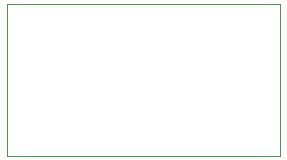
<source format=gbr>
%TF.GenerationSoftware,KiCad,Pcbnew,(6.0.2)*%
%TF.CreationDate,2022-03-07T20:12:54-06:00*%
%TF.ProjectId,bike_alarm,62696b65-5f61-46c6-9172-6d2e6b696361,rev?*%
%TF.SameCoordinates,Original*%
%TF.FileFunction,Profile,NP*%
%FSLAX46Y46*%
G04 Gerber Fmt 4.6, Leading zero omitted, Abs format (unit mm)*
G04 Created by KiCad (PCBNEW (6.0.2)) date 2022-03-07 20:12:54*
%MOMM*%
%LPD*%
G01*
G04 APERTURE LIST*
%TA.AperFunction,Profile*%
%ADD10C,0.100000*%
%TD*%
G04 APERTURE END LIST*
D10*
X118475000Y-77725000D02*
X141550000Y-77725000D01*
X141550000Y-77725000D02*
X141550000Y-90575000D01*
X141550000Y-90575000D02*
X118475000Y-90575000D01*
X118475000Y-90575000D02*
X118475000Y-77725000D01*
M02*

</source>
